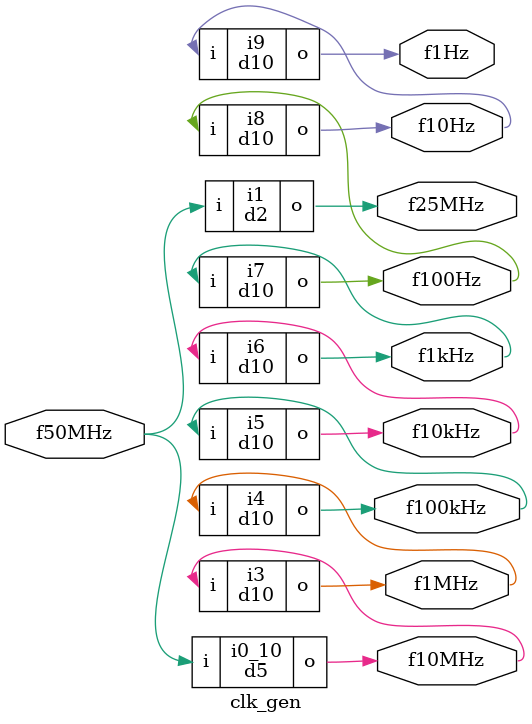
<source format=v>
module d10
  (
   input wire i,
   output wire o
   );

   reg [3:0]   c;

   initial
     c= 4'd0;

   wire last;
   assign last= c==4'd9;
   
   always @(posedge i)
     begin
	if (last)
	  c<= 0;
	else
	  c<= c+1;
     end
   
   assign o= (c==0) || (c==1) || (c==2) || (c==3) || (c==4)
/*
	     ((~c[3] & ~c[2]) & (~c[1] & ~c[0])) |
	     ((~c[3] & ~c[2]) & (~c[1] &  c[0])) |
             ((~c[3] & ~c[2]) & ( c[1] & ~c[0])) |
             ((~c[3] & ~c[2]) & ( c[1] &  c[0])) |
             ((~c[3] &  c[2]) & (~c[1] & ~c[0]))
             */
        ;
   
endmodule // div10

module d2
  (
   input wire i,
   output reg o
   );
   
   initial
     o= 0;
   
   always @(posedge i)
     o<= ~o;
   
endmodule

module d5
  (
   input wire i,
   output wire o
  );
  
  reg [2:0] c;
  
  initial
    c= 3'd0;
    
  always @(posedge i)
    if (c==3'd4)
      c<= 0;
    else
      c<= c+1;
      
  assign o= (c==0) || (c==1) || (c==2)
	   ;
            
endmodule

module clk_gen
  (
   input wire f50MHz,
   output wire f25MHz,
   output wire f10MHz,
   output wire f1MHz,
   output wire f100kHz,
   output wire f10kHz,
   output wire f1kHz,
   output wire f100Hz,
   output wire f10Hz,
   output wire f1Hz
   );
    
   d2  i1    (.i(f50MHz),  .o(f25MHz));
   d5  i0_10 (.i(f50MHz),  .o(f10MHz));
   
   d10 i3    (.i(f10MHz),  .o(f1MHz));
   
   d10 i4    (.i(f1MHz),   .o(f100kHz));
   d10 i5    (.i(f100kHz), .o(f10kHz));
   d10 i6    (.i(f10kHz),  .o(f1kHz));
   d10 i7    (.i(f1kHz),   .o(f100Hz));
   d10 i8    (.i(f100Hz),  .o(f10Hz));
   d10 i9    (.i(f10Hz),   .o(f1Hz));
   
endmodule // clk_gen

</source>
